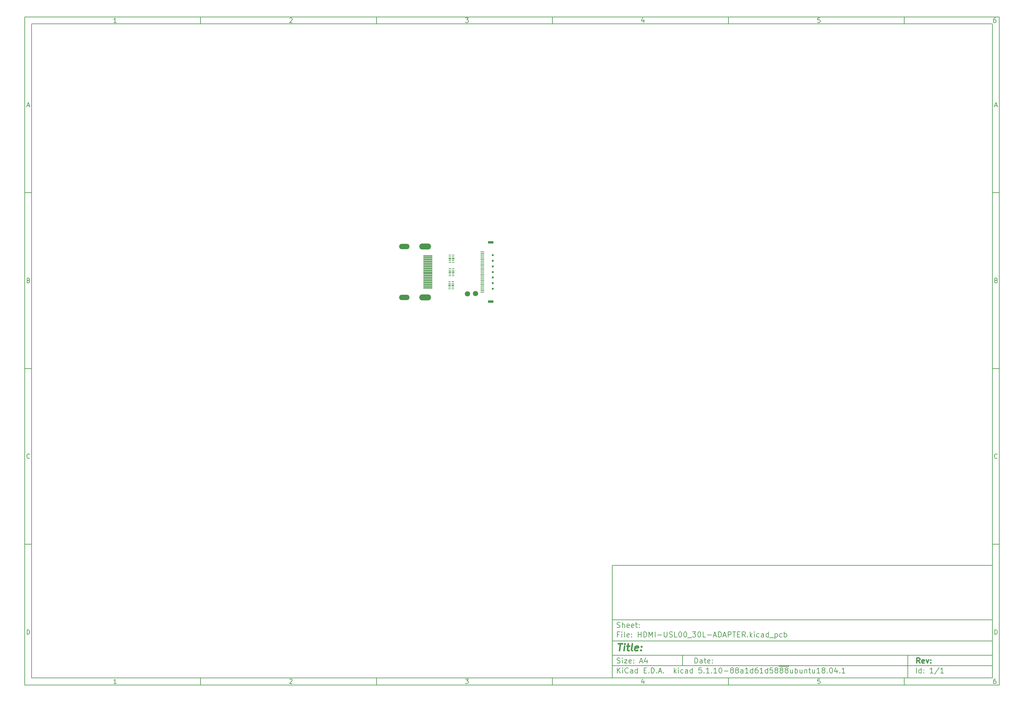
<source format=gbr>
%TF.GenerationSoftware,KiCad,Pcbnew,5.1.10-88a1d61d58~88~ubuntu18.04.1*%
%TF.CreationDate,2021-11-15T16:26:48+07:00*%
%TF.ProjectId,HDMI-USL00_30L-ADAPTER,48444d49-2d55-4534-9c30-305f33304c2d,rev?*%
%TF.SameCoordinates,Original*%
%TF.FileFunction,Soldermask,Top*%
%TF.FilePolarity,Negative*%
%FSLAX46Y46*%
G04 Gerber Fmt 4.6, Leading zero omitted, Abs format (unit mm)*
G04 Created by KiCad (PCBNEW 5.1.10-88a1d61d58~88~ubuntu18.04.1) date 2021-11-15 16:26:48*
%MOMM*%
%LPD*%
G01*
G04 APERTURE LIST*
%ADD10C,0.100000*%
%ADD11C,0.150000*%
%ADD12C,0.300000*%
%ADD13C,0.400000*%
%ADD14C,1.500000*%
%ADD15O,3.000000X1.500000*%
%ADD16O,3.400000X1.700000*%
%ADD17R,2.600000X0.300000*%
%ADD18R,0.736600X0.203200*%
%ADD19R,0.736600X0.406400*%
%ADD20R,1.550000X0.800000*%
%ADD21R,0.600000X0.500000*%
%ADD22R,1.100000X0.200000*%
G04 APERTURE END LIST*
D10*
D11*
X177002200Y-166007200D02*
X177002200Y-198007200D01*
X285002200Y-198007200D01*
X285002200Y-166007200D01*
X177002200Y-166007200D01*
D10*
D11*
X10000000Y-10000000D02*
X10000000Y-200007200D01*
X287002200Y-200007200D01*
X287002200Y-10000000D01*
X10000000Y-10000000D01*
D10*
D11*
X12000000Y-12000000D02*
X12000000Y-198007200D01*
X285002200Y-198007200D01*
X285002200Y-12000000D01*
X12000000Y-12000000D01*
D10*
D11*
X60000000Y-12000000D02*
X60000000Y-10000000D01*
D10*
D11*
X110000000Y-12000000D02*
X110000000Y-10000000D01*
D10*
D11*
X160000000Y-12000000D02*
X160000000Y-10000000D01*
D10*
D11*
X210000000Y-12000000D02*
X210000000Y-10000000D01*
D10*
D11*
X260000000Y-12000000D02*
X260000000Y-10000000D01*
D10*
D11*
X36065476Y-11588095D02*
X35322619Y-11588095D01*
X35694047Y-11588095D02*
X35694047Y-10288095D01*
X35570238Y-10473809D01*
X35446428Y-10597619D01*
X35322619Y-10659523D01*
D10*
D11*
X85322619Y-10411904D02*
X85384523Y-10350000D01*
X85508333Y-10288095D01*
X85817857Y-10288095D01*
X85941666Y-10350000D01*
X86003571Y-10411904D01*
X86065476Y-10535714D01*
X86065476Y-10659523D01*
X86003571Y-10845238D01*
X85260714Y-11588095D01*
X86065476Y-11588095D01*
D10*
D11*
X135260714Y-10288095D02*
X136065476Y-10288095D01*
X135632142Y-10783333D01*
X135817857Y-10783333D01*
X135941666Y-10845238D01*
X136003571Y-10907142D01*
X136065476Y-11030952D01*
X136065476Y-11340476D01*
X136003571Y-11464285D01*
X135941666Y-11526190D01*
X135817857Y-11588095D01*
X135446428Y-11588095D01*
X135322619Y-11526190D01*
X135260714Y-11464285D01*
D10*
D11*
X185941666Y-10721428D02*
X185941666Y-11588095D01*
X185632142Y-10226190D02*
X185322619Y-11154761D01*
X186127380Y-11154761D01*
D10*
D11*
X236003571Y-10288095D02*
X235384523Y-10288095D01*
X235322619Y-10907142D01*
X235384523Y-10845238D01*
X235508333Y-10783333D01*
X235817857Y-10783333D01*
X235941666Y-10845238D01*
X236003571Y-10907142D01*
X236065476Y-11030952D01*
X236065476Y-11340476D01*
X236003571Y-11464285D01*
X235941666Y-11526190D01*
X235817857Y-11588095D01*
X235508333Y-11588095D01*
X235384523Y-11526190D01*
X235322619Y-11464285D01*
D10*
D11*
X285941666Y-10288095D02*
X285694047Y-10288095D01*
X285570238Y-10350000D01*
X285508333Y-10411904D01*
X285384523Y-10597619D01*
X285322619Y-10845238D01*
X285322619Y-11340476D01*
X285384523Y-11464285D01*
X285446428Y-11526190D01*
X285570238Y-11588095D01*
X285817857Y-11588095D01*
X285941666Y-11526190D01*
X286003571Y-11464285D01*
X286065476Y-11340476D01*
X286065476Y-11030952D01*
X286003571Y-10907142D01*
X285941666Y-10845238D01*
X285817857Y-10783333D01*
X285570238Y-10783333D01*
X285446428Y-10845238D01*
X285384523Y-10907142D01*
X285322619Y-11030952D01*
D10*
D11*
X60000000Y-198007200D02*
X60000000Y-200007200D01*
D10*
D11*
X110000000Y-198007200D02*
X110000000Y-200007200D01*
D10*
D11*
X160000000Y-198007200D02*
X160000000Y-200007200D01*
D10*
D11*
X210000000Y-198007200D02*
X210000000Y-200007200D01*
D10*
D11*
X260000000Y-198007200D02*
X260000000Y-200007200D01*
D10*
D11*
X36065476Y-199595295D02*
X35322619Y-199595295D01*
X35694047Y-199595295D02*
X35694047Y-198295295D01*
X35570238Y-198481009D01*
X35446428Y-198604819D01*
X35322619Y-198666723D01*
D10*
D11*
X85322619Y-198419104D02*
X85384523Y-198357200D01*
X85508333Y-198295295D01*
X85817857Y-198295295D01*
X85941666Y-198357200D01*
X86003571Y-198419104D01*
X86065476Y-198542914D01*
X86065476Y-198666723D01*
X86003571Y-198852438D01*
X85260714Y-199595295D01*
X86065476Y-199595295D01*
D10*
D11*
X135260714Y-198295295D02*
X136065476Y-198295295D01*
X135632142Y-198790533D01*
X135817857Y-198790533D01*
X135941666Y-198852438D01*
X136003571Y-198914342D01*
X136065476Y-199038152D01*
X136065476Y-199347676D01*
X136003571Y-199471485D01*
X135941666Y-199533390D01*
X135817857Y-199595295D01*
X135446428Y-199595295D01*
X135322619Y-199533390D01*
X135260714Y-199471485D01*
D10*
D11*
X185941666Y-198728628D02*
X185941666Y-199595295D01*
X185632142Y-198233390D02*
X185322619Y-199161961D01*
X186127380Y-199161961D01*
D10*
D11*
X236003571Y-198295295D02*
X235384523Y-198295295D01*
X235322619Y-198914342D01*
X235384523Y-198852438D01*
X235508333Y-198790533D01*
X235817857Y-198790533D01*
X235941666Y-198852438D01*
X236003571Y-198914342D01*
X236065476Y-199038152D01*
X236065476Y-199347676D01*
X236003571Y-199471485D01*
X235941666Y-199533390D01*
X235817857Y-199595295D01*
X235508333Y-199595295D01*
X235384523Y-199533390D01*
X235322619Y-199471485D01*
D10*
D11*
X285941666Y-198295295D02*
X285694047Y-198295295D01*
X285570238Y-198357200D01*
X285508333Y-198419104D01*
X285384523Y-198604819D01*
X285322619Y-198852438D01*
X285322619Y-199347676D01*
X285384523Y-199471485D01*
X285446428Y-199533390D01*
X285570238Y-199595295D01*
X285817857Y-199595295D01*
X285941666Y-199533390D01*
X286003571Y-199471485D01*
X286065476Y-199347676D01*
X286065476Y-199038152D01*
X286003571Y-198914342D01*
X285941666Y-198852438D01*
X285817857Y-198790533D01*
X285570238Y-198790533D01*
X285446428Y-198852438D01*
X285384523Y-198914342D01*
X285322619Y-199038152D01*
D10*
D11*
X10000000Y-60000000D02*
X12000000Y-60000000D01*
D10*
D11*
X10000000Y-110000000D02*
X12000000Y-110000000D01*
D10*
D11*
X10000000Y-160000000D02*
X12000000Y-160000000D01*
D10*
D11*
X10690476Y-35216666D02*
X11309523Y-35216666D01*
X10566666Y-35588095D02*
X11000000Y-34288095D01*
X11433333Y-35588095D01*
D10*
D11*
X11092857Y-84907142D02*
X11278571Y-84969047D01*
X11340476Y-85030952D01*
X11402380Y-85154761D01*
X11402380Y-85340476D01*
X11340476Y-85464285D01*
X11278571Y-85526190D01*
X11154761Y-85588095D01*
X10659523Y-85588095D01*
X10659523Y-84288095D01*
X11092857Y-84288095D01*
X11216666Y-84350000D01*
X11278571Y-84411904D01*
X11340476Y-84535714D01*
X11340476Y-84659523D01*
X11278571Y-84783333D01*
X11216666Y-84845238D01*
X11092857Y-84907142D01*
X10659523Y-84907142D01*
D10*
D11*
X11402380Y-135464285D02*
X11340476Y-135526190D01*
X11154761Y-135588095D01*
X11030952Y-135588095D01*
X10845238Y-135526190D01*
X10721428Y-135402380D01*
X10659523Y-135278571D01*
X10597619Y-135030952D01*
X10597619Y-134845238D01*
X10659523Y-134597619D01*
X10721428Y-134473809D01*
X10845238Y-134350000D01*
X11030952Y-134288095D01*
X11154761Y-134288095D01*
X11340476Y-134350000D01*
X11402380Y-134411904D01*
D10*
D11*
X10659523Y-185588095D02*
X10659523Y-184288095D01*
X10969047Y-184288095D01*
X11154761Y-184350000D01*
X11278571Y-184473809D01*
X11340476Y-184597619D01*
X11402380Y-184845238D01*
X11402380Y-185030952D01*
X11340476Y-185278571D01*
X11278571Y-185402380D01*
X11154761Y-185526190D01*
X10969047Y-185588095D01*
X10659523Y-185588095D01*
D10*
D11*
X287002200Y-60000000D02*
X285002200Y-60000000D01*
D10*
D11*
X287002200Y-110000000D02*
X285002200Y-110000000D01*
D10*
D11*
X287002200Y-160000000D02*
X285002200Y-160000000D01*
D10*
D11*
X285692676Y-35216666D02*
X286311723Y-35216666D01*
X285568866Y-35588095D02*
X286002200Y-34288095D01*
X286435533Y-35588095D01*
D10*
D11*
X286095057Y-84907142D02*
X286280771Y-84969047D01*
X286342676Y-85030952D01*
X286404580Y-85154761D01*
X286404580Y-85340476D01*
X286342676Y-85464285D01*
X286280771Y-85526190D01*
X286156961Y-85588095D01*
X285661723Y-85588095D01*
X285661723Y-84288095D01*
X286095057Y-84288095D01*
X286218866Y-84350000D01*
X286280771Y-84411904D01*
X286342676Y-84535714D01*
X286342676Y-84659523D01*
X286280771Y-84783333D01*
X286218866Y-84845238D01*
X286095057Y-84907142D01*
X285661723Y-84907142D01*
D10*
D11*
X286404580Y-135464285D02*
X286342676Y-135526190D01*
X286156961Y-135588095D01*
X286033152Y-135588095D01*
X285847438Y-135526190D01*
X285723628Y-135402380D01*
X285661723Y-135278571D01*
X285599819Y-135030952D01*
X285599819Y-134845238D01*
X285661723Y-134597619D01*
X285723628Y-134473809D01*
X285847438Y-134350000D01*
X286033152Y-134288095D01*
X286156961Y-134288095D01*
X286342676Y-134350000D01*
X286404580Y-134411904D01*
D10*
D11*
X285661723Y-185588095D02*
X285661723Y-184288095D01*
X285971247Y-184288095D01*
X286156961Y-184350000D01*
X286280771Y-184473809D01*
X286342676Y-184597619D01*
X286404580Y-184845238D01*
X286404580Y-185030952D01*
X286342676Y-185278571D01*
X286280771Y-185402380D01*
X286156961Y-185526190D01*
X285971247Y-185588095D01*
X285661723Y-185588095D01*
D10*
D11*
X200434342Y-193785771D02*
X200434342Y-192285771D01*
X200791485Y-192285771D01*
X201005771Y-192357200D01*
X201148628Y-192500057D01*
X201220057Y-192642914D01*
X201291485Y-192928628D01*
X201291485Y-193142914D01*
X201220057Y-193428628D01*
X201148628Y-193571485D01*
X201005771Y-193714342D01*
X200791485Y-193785771D01*
X200434342Y-193785771D01*
X202577200Y-193785771D02*
X202577200Y-193000057D01*
X202505771Y-192857200D01*
X202362914Y-192785771D01*
X202077200Y-192785771D01*
X201934342Y-192857200D01*
X202577200Y-193714342D02*
X202434342Y-193785771D01*
X202077200Y-193785771D01*
X201934342Y-193714342D01*
X201862914Y-193571485D01*
X201862914Y-193428628D01*
X201934342Y-193285771D01*
X202077200Y-193214342D01*
X202434342Y-193214342D01*
X202577200Y-193142914D01*
X203077200Y-192785771D02*
X203648628Y-192785771D01*
X203291485Y-192285771D02*
X203291485Y-193571485D01*
X203362914Y-193714342D01*
X203505771Y-193785771D01*
X203648628Y-193785771D01*
X204720057Y-193714342D02*
X204577200Y-193785771D01*
X204291485Y-193785771D01*
X204148628Y-193714342D01*
X204077200Y-193571485D01*
X204077200Y-193000057D01*
X204148628Y-192857200D01*
X204291485Y-192785771D01*
X204577200Y-192785771D01*
X204720057Y-192857200D01*
X204791485Y-193000057D01*
X204791485Y-193142914D01*
X204077200Y-193285771D01*
X205434342Y-193642914D02*
X205505771Y-193714342D01*
X205434342Y-193785771D01*
X205362914Y-193714342D01*
X205434342Y-193642914D01*
X205434342Y-193785771D01*
X205434342Y-192857200D02*
X205505771Y-192928628D01*
X205434342Y-193000057D01*
X205362914Y-192928628D01*
X205434342Y-192857200D01*
X205434342Y-193000057D01*
D10*
D11*
X177002200Y-194507200D02*
X285002200Y-194507200D01*
D10*
D11*
X178434342Y-196585771D02*
X178434342Y-195085771D01*
X179291485Y-196585771D02*
X178648628Y-195728628D01*
X179291485Y-195085771D02*
X178434342Y-195942914D01*
X179934342Y-196585771D02*
X179934342Y-195585771D01*
X179934342Y-195085771D02*
X179862914Y-195157200D01*
X179934342Y-195228628D01*
X180005771Y-195157200D01*
X179934342Y-195085771D01*
X179934342Y-195228628D01*
X181505771Y-196442914D02*
X181434342Y-196514342D01*
X181220057Y-196585771D01*
X181077200Y-196585771D01*
X180862914Y-196514342D01*
X180720057Y-196371485D01*
X180648628Y-196228628D01*
X180577200Y-195942914D01*
X180577200Y-195728628D01*
X180648628Y-195442914D01*
X180720057Y-195300057D01*
X180862914Y-195157200D01*
X181077200Y-195085771D01*
X181220057Y-195085771D01*
X181434342Y-195157200D01*
X181505771Y-195228628D01*
X182791485Y-196585771D02*
X182791485Y-195800057D01*
X182720057Y-195657200D01*
X182577200Y-195585771D01*
X182291485Y-195585771D01*
X182148628Y-195657200D01*
X182791485Y-196514342D02*
X182648628Y-196585771D01*
X182291485Y-196585771D01*
X182148628Y-196514342D01*
X182077200Y-196371485D01*
X182077200Y-196228628D01*
X182148628Y-196085771D01*
X182291485Y-196014342D01*
X182648628Y-196014342D01*
X182791485Y-195942914D01*
X184148628Y-196585771D02*
X184148628Y-195085771D01*
X184148628Y-196514342D02*
X184005771Y-196585771D01*
X183720057Y-196585771D01*
X183577200Y-196514342D01*
X183505771Y-196442914D01*
X183434342Y-196300057D01*
X183434342Y-195871485D01*
X183505771Y-195728628D01*
X183577200Y-195657200D01*
X183720057Y-195585771D01*
X184005771Y-195585771D01*
X184148628Y-195657200D01*
X186005771Y-195800057D02*
X186505771Y-195800057D01*
X186720057Y-196585771D02*
X186005771Y-196585771D01*
X186005771Y-195085771D01*
X186720057Y-195085771D01*
X187362914Y-196442914D02*
X187434342Y-196514342D01*
X187362914Y-196585771D01*
X187291485Y-196514342D01*
X187362914Y-196442914D01*
X187362914Y-196585771D01*
X188077200Y-196585771D02*
X188077200Y-195085771D01*
X188434342Y-195085771D01*
X188648628Y-195157200D01*
X188791485Y-195300057D01*
X188862914Y-195442914D01*
X188934342Y-195728628D01*
X188934342Y-195942914D01*
X188862914Y-196228628D01*
X188791485Y-196371485D01*
X188648628Y-196514342D01*
X188434342Y-196585771D01*
X188077200Y-196585771D01*
X189577200Y-196442914D02*
X189648628Y-196514342D01*
X189577200Y-196585771D01*
X189505771Y-196514342D01*
X189577200Y-196442914D01*
X189577200Y-196585771D01*
X190220057Y-196157200D02*
X190934342Y-196157200D01*
X190077200Y-196585771D02*
X190577200Y-195085771D01*
X191077200Y-196585771D01*
X191577200Y-196442914D02*
X191648628Y-196514342D01*
X191577200Y-196585771D01*
X191505771Y-196514342D01*
X191577200Y-196442914D01*
X191577200Y-196585771D01*
X194577200Y-196585771D02*
X194577200Y-195085771D01*
X194720057Y-196014342D02*
X195148628Y-196585771D01*
X195148628Y-195585771D02*
X194577200Y-196157200D01*
X195791485Y-196585771D02*
X195791485Y-195585771D01*
X195791485Y-195085771D02*
X195720057Y-195157200D01*
X195791485Y-195228628D01*
X195862914Y-195157200D01*
X195791485Y-195085771D01*
X195791485Y-195228628D01*
X197148628Y-196514342D02*
X197005771Y-196585771D01*
X196720057Y-196585771D01*
X196577200Y-196514342D01*
X196505771Y-196442914D01*
X196434342Y-196300057D01*
X196434342Y-195871485D01*
X196505771Y-195728628D01*
X196577200Y-195657200D01*
X196720057Y-195585771D01*
X197005771Y-195585771D01*
X197148628Y-195657200D01*
X198434342Y-196585771D02*
X198434342Y-195800057D01*
X198362914Y-195657200D01*
X198220057Y-195585771D01*
X197934342Y-195585771D01*
X197791485Y-195657200D01*
X198434342Y-196514342D02*
X198291485Y-196585771D01*
X197934342Y-196585771D01*
X197791485Y-196514342D01*
X197720057Y-196371485D01*
X197720057Y-196228628D01*
X197791485Y-196085771D01*
X197934342Y-196014342D01*
X198291485Y-196014342D01*
X198434342Y-195942914D01*
X199791485Y-196585771D02*
X199791485Y-195085771D01*
X199791485Y-196514342D02*
X199648628Y-196585771D01*
X199362914Y-196585771D01*
X199220057Y-196514342D01*
X199148628Y-196442914D01*
X199077200Y-196300057D01*
X199077200Y-195871485D01*
X199148628Y-195728628D01*
X199220057Y-195657200D01*
X199362914Y-195585771D01*
X199648628Y-195585771D01*
X199791485Y-195657200D01*
X202362914Y-195085771D02*
X201648628Y-195085771D01*
X201577200Y-195800057D01*
X201648628Y-195728628D01*
X201791485Y-195657200D01*
X202148628Y-195657200D01*
X202291485Y-195728628D01*
X202362914Y-195800057D01*
X202434342Y-195942914D01*
X202434342Y-196300057D01*
X202362914Y-196442914D01*
X202291485Y-196514342D01*
X202148628Y-196585771D01*
X201791485Y-196585771D01*
X201648628Y-196514342D01*
X201577200Y-196442914D01*
X203077200Y-196442914D02*
X203148628Y-196514342D01*
X203077200Y-196585771D01*
X203005771Y-196514342D01*
X203077200Y-196442914D01*
X203077200Y-196585771D01*
X204577200Y-196585771D02*
X203720057Y-196585771D01*
X204148628Y-196585771D02*
X204148628Y-195085771D01*
X204005771Y-195300057D01*
X203862914Y-195442914D01*
X203720057Y-195514342D01*
X205220057Y-196442914D02*
X205291485Y-196514342D01*
X205220057Y-196585771D01*
X205148628Y-196514342D01*
X205220057Y-196442914D01*
X205220057Y-196585771D01*
X206720057Y-196585771D02*
X205862914Y-196585771D01*
X206291485Y-196585771D02*
X206291485Y-195085771D01*
X206148628Y-195300057D01*
X206005771Y-195442914D01*
X205862914Y-195514342D01*
X207648628Y-195085771D02*
X207791485Y-195085771D01*
X207934342Y-195157200D01*
X208005771Y-195228628D01*
X208077200Y-195371485D01*
X208148628Y-195657200D01*
X208148628Y-196014342D01*
X208077200Y-196300057D01*
X208005771Y-196442914D01*
X207934342Y-196514342D01*
X207791485Y-196585771D01*
X207648628Y-196585771D01*
X207505771Y-196514342D01*
X207434342Y-196442914D01*
X207362914Y-196300057D01*
X207291485Y-196014342D01*
X207291485Y-195657200D01*
X207362914Y-195371485D01*
X207434342Y-195228628D01*
X207505771Y-195157200D01*
X207648628Y-195085771D01*
X208791485Y-196014342D02*
X209934342Y-196014342D01*
X210862914Y-195728628D02*
X210720057Y-195657200D01*
X210648628Y-195585771D01*
X210577200Y-195442914D01*
X210577200Y-195371485D01*
X210648628Y-195228628D01*
X210720057Y-195157200D01*
X210862914Y-195085771D01*
X211148628Y-195085771D01*
X211291485Y-195157200D01*
X211362914Y-195228628D01*
X211434342Y-195371485D01*
X211434342Y-195442914D01*
X211362914Y-195585771D01*
X211291485Y-195657200D01*
X211148628Y-195728628D01*
X210862914Y-195728628D01*
X210720057Y-195800057D01*
X210648628Y-195871485D01*
X210577200Y-196014342D01*
X210577200Y-196300057D01*
X210648628Y-196442914D01*
X210720057Y-196514342D01*
X210862914Y-196585771D01*
X211148628Y-196585771D01*
X211291485Y-196514342D01*
X211362914Y-196442914D01*
X211434342Y-196300057D01*
X211434342Y-196014342D01*
X211362914Y-195871485D01*
X211291485Y-195800057D01*
X211148628Y-195728628D01*
X212291485Y-195728628D02*
X212148628Y-195657200D01*
X212077200Y-195585771D01*
X212005771Y-195442914D01*
X212005771Y-195371485D01*
X212077200Y-195228628D01*
X212148628Y-195157200D01*
X212291485Y-195085771D01*
X212577200Y-195085771D01*
X212720057Y-195157200D01*
X212791485Y-195228628D01*
X212862914Y-195371485D01*
X212862914Y-195442914D01*
X212791485Y-195585771D01*
X212720057Y-195657200D01*
X212577200Y-195728628D01*
X212291485Y-195728628D01*
X212148628Y-195800057D01*
X212077200Y-195871485D01*
X212005771Y-196014342D01*
X212005771Y-196300057D01*
X212077200Y-196442914D01*
X212148628Y-196514342D01*
X212291485Y-196585771D01*
X212577200Y-196585771D01*
X212720057Y-196514342D01*
X212791485Y-196442914D01*
X212862914Y-196300057D01*
X212862914Y-196014342D01*
X212791485Y-195871485D01*
X212720057Y-195800057D01*
X212577200Y-195728628D01*
X214148628Y-196585771D02*
X214148628Y-195800057D01*
X214077200Y-195657200D01*
X213934342Y-195585771D01*
X213648628Y-195585771D01*
X213505771Y-195657200D01*
X214148628Y-196514342D02*
X214005771Y-196585771D01*
X213648628Y-196585771D01*
X213505771Y-196514342D01*
X213434342Y-196371485D01*
X213434342Y-196228628D01*
X213505771Y-196085771D01*
X213648628Y-196014342D01*
X214005771Y-196014342D01*
X214148628Y-195942914D01*
X215648628Y-196585771D02*
X214791485Y-196585771D01*
X215220057Y-196585771D02*
X215220057Y-195085771D01*
X215077200Y-195300057D01*
X214934342Y-195442914D01*
X214791485Y-195514342D01*
X216934342Y-196585771D02*
X216934342Y-195085771D01*
X216934342Y-196514342D02*
X216791485Y-196585771D01*
X216505771Y-196585771D01*
X216362914Y-196514342D01*
X216291485Y-196442914D01*
X216220057Y-196300057D01*
X216220057Y-195871485D01*
X216291485Y-195728628D01*
X216362914Y-195657200D01*
X216505771Y-195585771D01*
X216791485Y-195585771D01*
X216934342Y-195657200D01*
X218291485Y-195085771D02*
X218005771Y-195085771D01*
X217862914Y-195157200D01*
X217791485Y-195228628D01*
X217648628Y-195442914D01*
X217577200Y-195728628D01*
X217577200Y-196300057D01*
X217648628Y-196442914D01*
X217720057Y-196514342D01*
X217862914Y-196585771D01*
X218148628Y-196585771D01*
X218291485Y-196514342D01*
X218362914Y-196442914D01*
X218434342Y-196300057D01*
X218434342Y-195942914D01*
X218362914Y-195800057D01*
X218291485Y-195728628D01*
X218148628Y-195657200D01*
X217862914Y-195657200D01*
X217720057Y-195728628D01*
X217648628Y-195800057D01*
X217577200Y-195942914D01*
X219862914Y-196585771D02*
X219005771Y-196585771D01*
X219434342Y-196585771D02*
X219434342Y-195085771D01*
X219291485Y-195300057D01*
X219148628Y-195442914D01*
X219005771Y-195514342D01*
X221148628Y-196585771D02*
X221148628Y-195085771D01*
X221148628Y-196514342D02*
X221005771Y-196585771D01*
X220720057Y-196585771D01*
X220577200Y-196514342D01*
X220505771Y-196442914D01*
X220434342Y-196300057D01*
X220434342Y-195871485D01*
X220505771Y-195728628D01*
X220577200Y-195657200D01*
X220720057Y-195585771D01*
X221005771Y-195585771D01*
X221148628Y-195657200D01*
X222577200Y-195085771D02*
X221862914Y-195085771D01*
X221791485Y-195800057D01*
X221862914Y-195728628D01*
X222005771Y-195657200D01*
X222362914Y-195657200D01*
X222505771Y-195728628D01*
X222577200Y-195800057D01*
X222648628Y-195942914D01*
X222648628Y-196300057D01*
X222577200Y-196442914D01*
X222505771Y-196514342D01*
X222362914Y-196585771D01*
X222005771Y-196585771D01*
X221862914Y-196514342D01*
X221791485Y-196442914D01*
X223505771Y-195728628D02*
X223362914Y-195657200D01*
X223291485Y-195585771D01*
X223220057Y-195442914D01*
X223220057Y-195371485D01*
X223291485Y-195228628D01*
X223362914Y-195157200D01*
X223505771Y-195085771D01*
X223791485Y-195085771D01*
X223934342Y-195157200D01*
X224005771Y-195228628D01*
X224077200Y-195371485D01*
X224077200Y-195442914D01*
X224005771Y-195585771D01*
X223934342Y-195657200D01*
X223791485Y-195728628D01*
X223505771Y-195728628D01*
X223362914Y-195800057D01*
X223291485Y-195871485D01*
X223220057Y-196014342D01*
X223220057Y-196300057D01*
X223291485Y-196442914D01*
X223362914Y-196514342D01*
X223505771Y-196585771D01*
X223791485Y-196585771D01*
X223934342Y-196514342D01*
X224005771Y-196442914D01*
X224077200Y-196300057D01*
X224077200Y-196014342D01*
X224005771Y-195871485D01*
X223934342Y-195800057D01*
X223791485Y-195728628D01*
X224362914Y-194677200D02*
X225791485Y-194677200D01*
X224934342Y-195728628D02*
X224791485Y-195657200D01*
X224720057Y-195585771D01*
X224648628Y-195442914D01*
X224648628Y-195371485D01*
X224720057Y-195228628D01*
X224791485Y-195157200D01*
X224934342Y-195085771D01*
X225220057Y-195085771D01*
X225362914Y-195157200D01*
X225434342Y-195228628D01*
X225505771Y-195371485D01*
X225505771Y-195442914D01*
X225434342Y-195585771D01*
X225362914Y-195657200D01*
X225220057Y-195728628D01*
X224934342Y-195728628D01*
X224791485Y-195800057D01*
X224720057Y-195871485D01*
X224648628Y-196014342D01*
X224648628Y-196300057D01*
X224720057Y-196442914D01*
X224791485Y-196514342D01*
X224934342Y-196585771D01*
X225220057Y-196585771D01*
X225362914Y-196514342D01*
X225434342Y-196442914D01*
X225505771Y-196300057D01*
X225505771Y-196014342D01*
X225434342Y-195871485D01*
X225362914Y-195800057D01*
X225220057Y-195728628D01*
X225791485Y-194677200D02*
X227220057Y-194677200D01*
X226362914Y-195728628D02*
X226220057Y-195657200D01*
X226148628Y-195585771D01*
X226077199Y-195442914D01*
X226077199Y-195371485D01*
X226148628Y-195228628D01*
X226220057Y-195157200D01*
X226362914Y-195085771D01*
X226648628Y-195085771D01*
X226791485Y-195157200D01*
X226862914Y-195228628D01*
X226934342Y-195371485D01*
X226934342Y-195442914D01*
X226862914Y-195585771D01*
X226791485Y-195657200D01*
X226648628Y-195728628D01*
X226362914Y-195728628D01*
X226220057Y-195800057D01*
X226148628Y-195871485D01*
X226077199Y-196014342D01*
X226077199Y-196300057D01*
X226148628Y-196442914D01*
X226220057Y-196514342D01*
X226362914Y-196585771D01*
X226648628Y-196585771D01*
X226791485Y-196514342D01*
X226862914Y-196442914D01*
X226934342Y-196300057D01*
X226934342Y-196014342D01*
X226862914Y-195871485D01*
X226791485Y-195800057D01*
X226648628Y-195728628D01*
X228220057Y-195585771D02*
X228220057Y-196585771D01*
X227577199Y-195585771D02*
X227577199Y-196371485D01*
X227648628Y-196514342D01*
X227791485Y-196585771D01*
X228005771Y-196585771D01*
X228148628Y-196514342D01*
X228220057Y-196442914D01*
X228934342Y-196585771D02*
X228934342Y-195085771D01*
X228934342Y-195657200D02*
X229077199Y-195585771D01*
X229362914Y-195585771D01*
X229505771Y-195657200D01*
X229577199Y-195728628D01*
X229648628Y-195871485D01*
X229648628Y-196300057D01*
X229577199Y-196442914D01*
X229505771Y-196514342D01*
X229362914Y-196585771D01*
X229077199Y-196585771D01*
X228934342Y-196514342D01*
X230934342Y-195585771D02*
X230934342Y-196585771D01*
X230291485Y-195585771D02*
X230291485Y-196371485D01*
X230362914Y-196514342D01*
X230505771Y-196585771D01*
X230720057Y-196585771D01*
X230862914Y-196514342D01*
X230934342Y-196442914D01*
X231648628Y-195585771D02*
X231648628Y-196585771D01*
X231648628Y-195728628D02*
X231720057Y-195657200D01*
X231862914Y-195585771D01*
X232077199Y-195585771D01*
X232220057Y-195657200D01*
X232291485Y-195800057D01*
X232291485Y-196585771D01*
X232791485Y-195585771D02*
X233362914Y-195585771D01*
X233005771Y-195085771D02*
X233005771Y-196371485D01*
X233077199Y-196514342D01*
X233220057Y-196585771D01*
X233362914Y-196585771D01*
X234505771Y-195585771D02*
X234505771Y-196585771D01*
X233862914Y-195585771D02*
X233862914Y-196371485D01*
X233934342Y-196514342D01*
X234077200Y-196585771D01*
X234291485Y-196585771D01*
X234434342Y-196514342D01*
X234505771Y-196442914D01*
X236005771Y-196585771D02*
X235148628Y-196585771D01*
X235577200Y-196585771D02*
X235577200Y-195085771D01*
X235434342Y-195300057D01*
X235291485Y-195442914D01*
X235148628Y-195514342D01*
X236862914Y-195728628D02*
X236720057Y-195657200D01*
X236648628Y-195585771D01*
X236577199Y-195442914D01*
X236577199Y-195371485D01*
X236648628Y-195228628D01*
X236720057Y-195157200D01*
X236862914Y-195085771D01*
X237148628Y-195085771D01*
X237291485Y-195157200D01*
X237362914Y-195228628D01*
X237434342Y-195371485D01*
X237434342Y-195442914D01*
X237362914Y-195585771D01*
X237291485Y-195657200D01*
X237148628Y-195728628D01*
X236862914Y-195728628D01*
X236720057Y-195800057D01*
X236648628Y-195871485D01*
X236577199Y-196014342D01*
X236577199Y-196300057D01*
X236648628Y-196442914D01*
X236720057Y-196514342D01*
X236862914Y-196585771D01*
X237148628Y-196585771D01*
X237291485Y-196514342D01*
X237362914Y-196442914D01*
X237434342Y-196300057D01*
X237434342Y-196014342D01*
X237362914Y-195871485D01*
X237291485Y-195800057D01*
X237148628Y-195728628D01*
X238077199Y-196442914D02*
X238148628Y-196514342D01*
X238077199Y-196585771D01*
X238005771Y-196514342D01*
X238077199Y-196442914D01*
X238077199Y-196585771D01*
X239077199Y-195085771D02*
X239220057Y-195085771D01*
X239362914Y-195157200D01*
X239434342Y-195228628D01*
X239505771Y-195371485D01*
X239577199Y-195657200D01*
X239577199Y-196014342D01*
X239505771Y-196300057D01*
X239434342Y-196442914D01*
X239362914Y-196514342D01*
X239220057Y-196585771D01*
X239077199Y-196585771D01*
X238934342Y-196514342D01*
X238862914Y-196442914D01*
X238791485Y-196300057D01*
X238720057Y-196014342D01*
X238720057Y-195657200D01*
X238791485Y-195371485D01*
X238862914Y-195228628D01*
X238934342Y-195157200D01*
X239077199Y-195085771D01*
X240862914Y-195585771D02*
X240862914Y-196585771D01*
X240505771Y-195014342D02*
X240148628Y-196085771D01*
X241077199Y-196085771D01*
X241648628Y-196442914D02*
X241720057Y-196514342D01*
X241648628Y-196585771D01*
X241577199Y-196514342D01*
X241648628Y-196442914D01*
X241648628Y-196585771D01*
X243148628Y-196585771D02*
X242291485Y-196585771D01*
X242720057Y-196585771D02*
X242720057Y-195085771D01*
X242577199Y-195300057D01*
X242434342Y-195442914D01*
X242291485Y-195514342D01*
D10*
D11*
X177002200Y-191507200D02*
X285002200Y-191507200D01*
D10*
D12*
X264411485Y-193785771D02*
X263911485Y-193071485D01*
X263554342Y-193785771D02*
X263554342Y-192285771D01*
X264125771Y-192285771D01*
X264268628Y-192357200D01*
X264340057Y-192428628D01*
X264411485Y-192571485D01*
X264411485Y-192785771D01*
X264340057Y-192928628D01*
X264268628Y-193000057D01*
X264125771Y-193071485D01*
X263554342Y-193071485D01*
X265625771Y-193714342D02*
X265482914Y-193785771D01*
X265197200Y-193785771D01*
X265054342Y-193714342D01*
X264982914Y-193571485D01*
X264982914Y-193000057D01*
X265054342Y-192857200D01*
X265197200Y-192785771D01*
X265482914Y-192785771D01*
X265625771Y-192857200D01*
X265697200Y-193000057D01*
X265697200Y-193142914D01*
X264982914Y-193285771D01*
X266197200Y-192785771D02*
X266554342Y-193785771D01*
X266911485Y-192785771D01*
X267482914Y-193642914D02*
X267554342Y-193714342D01*
X267482914Y-193785771D01*
X267411485Y-193714342D01*
X267482914Y-193642914D01*
X267482914Y-193785771D01*
X267482914Y-192857200D02*
X267554342Y-192928628D01*
X267482914Y-193000057D01*
X267411485Y-192928628D01*
X267482914Y-192857200D01*
X267482914Y-193000057D01*
D10*
D11*
X178362914Y-193714342D02*
X178577200Y-193785771D01*
X178934342Y-193785771D01*
X179077200Y-193714342D01*
X179148628Y-193642914D01*
X179220057Y-193500057D01*
X179220057Y-193357200D01*
X179148628Y-193214342D01*
X179077200Y-193142914D01*
X178934342Y-193071485D01*
X178648628Y-193000057D01*
X178505771Y-192928628D01*
X178434342Y-192857200D01*
X178362914Y-192714342D01*
X178362914Y-192571485D01*
X178434342Y-192428628D01*
X178505771Y-192357200D01*
X178648628Y-192285771D01*
X179005771Y-192285771D01*
X179220057Y-192357200D01*
X179862914Y-193785771D02*
X179862914Y-192785771D01*
X179862914Y-192285771D02*
X179791485Y-192357200D01*
X179862914Y-192428628D01*
X179934342Y-192357200D01*
X179862914Y-192285771D01*
X179862914Y-192428628D01*
X180434342Y-192785771D02*
X181220057Y-192785771D01*
X180434342Y-193785771D01*
X181220057Y-193785771D01*
X182362914Y-193714342D02*
X182220057Y-193785771D01*
X181934342Y-193785771D01*
X181791485Y-193714342D01*
X181720057Y-193571485D01*
X181720057Y-193000057D01*
X181791485Y-192857200D01*
X181934342Y-192785771D01*
X182220057Y-192785771D01*
X182362914Y-192857200D01*
X182434342Y-193000057D01*
X182434342Y-193142914D01*
X181720057Y-193285771D01*
X183077200Y-193642914D02*
X183148628Y-193714342D01*
X183077200Y-193785771D01*
X183005771Y-193714342D01*
X183077200Y-193642914D01*
X183077200Y-193785771D01*
X183077200Y-192857200D02*
X183148628Y-192928628D01*
X183077200Y-193000057D01*
X183005771Y-192928628D01*
X183077200Y-192857200D01*
X183077200Y-193000057D01*
X184862914Y-193357200D02*
X185577200Y-193357200D01*
X184720057Y-193785771D02*
X185220057Y-192285771D01*
X185720057Y-193785771D01*
X186862914Y-192785771D02*
X186862914Y-193785771D01*
X186505771Y-192214342D02*
X186148628Y-193285771D01*
X187077200Y-193285771D01*
D10*
D11*
X263434342Y-196585771D02*
X263434342Y-195085771D01*
X264791485Y-196585771D02*
X264791485Y-195085771D01*
X264791485Y-196514342D02*
X264648628Y-196585771D01*
X264362914Y-196585771D01*
X264220057Y-196514342D01*
X264148628Y-196442914D01*
X264077200Y-196300057D01*
X264077200Y-195871485D01*
X264148628Y-195728628D01*
X264220057Y-195657200D01*
X264362914Y-195585771D01*
X264648628Y-195585771D01*
X264791485Y-195657200D01*
X265505771Y-196442914D02*
X265577200Y-196514342D01*
X265505771Y-196585771D01*
X265434342Y-196514342D01*
X265505771Y-196442914D01*
X265505771Y-196585771D01*
X265505771Y-195657200D02*
X265577200Y-195728628D01*
X265505771Y-195800057D01*
X265434342Y-195728628D01*
X265505771Y-195657200D01*
X265505771Y-195800057D01*
X268148628Y-196585771D02*
X267291485Y-196585771D01*
X267720057Y-196585771D02*
X267720057Y-195085771D01*
X267577200Y-195300057D01*
X267434342Y-195442914D01*
X267291485Y-195514342D01*
X269862914Y-195014342D02*
X268577200Y-196942914D01*
X271148628Y-196585771D02*
X270291485Y-196585771D01*
X270720057Y-196585771D02*
X270720057Y-195085771D01*
X270577200Y-195300057D01*
X270434342Y-195442914D01*
X270291485Y-195514342D01*
D10*
D11*
X177002200Y-187507200D02*
X285002200Y-187507200D01*
D10*
D13*
X178714580Y-188211961D02*
X179857438Y-188211961D01*
X179036009Y-190211961D02*
X179286009Y-188211961D01*
X180274104Y-190211961D02*
X180440771Y-188878628D01*
X180524104Y-188211961D02*
X180416961Y-188307200D01*
X180500295Y-188402438D01*
X180607438Y-188307200D01*
X180524104Y-188211961D01*
X180500295Y-188402438D01*
X181107438Y-188878628D02*
X181869342Y-188878628D01*
X181476485Y-188211961D02*
X181262200Y-189926247D01*
X181333628Y-190116723D01*
X181512200Y-190211961D01*
X181702676Y-190211961D01*
X182655057Y-190211961D02*
X182476485Y-190116723D01*
X182405057Y-189926247D01*
X182619342Y-188211961D01*
X184190771Y-190116723D02*
X183988390Y-190211961D01*
X183607438Y-190211961D01*
X183428866Y-190116723D01*
X183357438Y-189926247D01*
X183452676Y-189164342D01*
X183571723Y-188973866D01*
X183774104Y-188878628D01*
X184155057Y-188878628D01*
X184333628Y-188973866D01*
X184405057Y-189164342D01*
X184381247Y-189354819D01*
X183405057Y-189545295D01*
X185155057Y-190021485D02*
X185238390Y-190116723D01*
X185131247Y-190211961D01*
X185047914Y-190116723D01*
X185155057Y-190021485D01*
X185131247Y-190211961D01*
X185286009Y-188973866D02*
X185369342Y-189069104D01*
X185262200Y-189164342D01*
X185178866Y-189069104D01*
X185286009Y-188973866D01*
X185262200Y-189164342D01*
D10*
D11*
X178934342Y-185600057D02*
X178434342Y-185600057D01*
X178434342Y-186385771D02*
X178434342Y-184885771D01*
X179148628Y-184885771D01*
X179720057Y-186385771D02*
X179720057Y-185385771D01*
X179720057Y-184885771D02*
X179648628Y-184957200D01*
X179720057Y-185028628D01*
X179791485Y-184957200D01*
X179720057Y-184885771D01*
X179720057Y-185028628D01*
X180648628Y-186385771D02*
X180505771Y-186314342D01*
X180434342Y-186171485D01*
X180434342Y-184885771D01*
X181791485Y-186314342D02*
X181648628Y-186385771D01*
X181362914Y-186385771D01*
X181220057Y-186314342D01*
X181148628Y-186171485D01*
X181148628Y-185600057D01*
X181220057Y-185457200D01*
X181362914Y-185385771D01*
X181648628Y-185385771D01*
X181791485Y-185457200D01*
X181862914Y-185600057D01*
X181862914Y-185742914D01*
X181148628Y-185885771D01*
X182505771Y-186242914D02*
X182577200Y-186314342D01*
X182505771Y-186385771D01*
X182434342Y-186314342D01*
X182505771Y-186242914D01*
X182505771Y-186385771D01*
X182505771Y-185457200D02*
X182577200Y-185528628D01*
X182505771Y-185600057D01*
X182434342Y-185528628D01*
X182505771Y-185457200D01*
X182505771Y-185600057D01*
X184362914Y-186385771D02*
X184362914Y-184885771D01*
X184362914Y-185600057D02*
X185220057Y-185600057D01*
X185220057Y-186385771D02*
X185220057Y-184885771D01*
X185934342Y-186385771D02*
X185934342Y-184885771D01*
X186291485Y-184885771D01*
X186505771Y-184957200D01*
X186648628Y-185100057D01*
X186720057Y-185242914D01*
X186791485Y-185528628D01*
X186791485Y-185742914D01*
X186720057Y-186028628D01*
X186648628Y-186171485D01*
X186505771Y-186314342D01*
X186291485Y-186385771D01*
X185934342Y-186385771D01*
X187434342Y-186385771D02*
X187434342Y-184885771D01*
X187934342Y-185957200D01*
X188434342Y-184885771D01*
X188434342Y-186385771D01*
X189148628Y-186385771D02*
X189148628Y-184885771D01*
X189862914Y-185814342D02*
X191005771Y-185814342D01*
X191720057Y-184885771D02*
X191720057Y-186100057D01*
X191791485Y-186242914D01*
X191862914Y-186314342D01*
X192005771Y-186385771D01*
X192291485Y-186385771D01*
X192434342Y-186314342D01*
X192505771Y-186242914D01*
X192577200Y-186100057D01*
X192577200Y-184885771D01*
X193220057Y-186314342D02*
X193434342Y-186385771D01*
X193791485Y-186385771D01*
X193934342Y-186314342D01*
X194005771Y-186242914D01*
X194077200Y-186100057D01*
X194077200Y-185957200D01*
X194005771Y-185814342D01*
X193934342Y-185742914D01*
X193791485Y-185671485D01*
X193505771Y-185600057D01*
X193362914Y-185528628D01*
X193291485Y-185457200D01*
X193220057Y-185314342D01*
X193220057Y-185171485D01*
X193291485Y-185028628D01*
X193362914Y-184957200D01*
X193505771Y-184885771D01*
X193862914Y-184885771D01*
X194077200Y-184957200D01*
X195434342Y-186385771D02*
X194720057Y-186385771D01*
X194720057Y-184885771D01*
X196220057Y-184885771D02*
X196362914Y-184885771D01*
X196505771Y-184957200D01*
X196577200Y-185028628D01*
X196648628Y-185171485D01*
X196720057Y-185457200D01*
X196720057Y-185814342D01*
X196648628Y-186100057D01*
X196577200Y-186242914D01*
X196505771Y-186314342D01*
X196362914Y-186385771D01*
X196220057Y-186385771D01*
X196077200Y-186314342D01*
X196005771Y-186242914D01*
X195934342Y-186100057D01*
X195862914Y-185814342D01*
X195862914Y-185457200D01*
X195934342Y-185171485D01*
X196005771Y-185028628D01*
X196077200Y-184957200D01*
X196220057Y-184885771D01*
X197648628Y-184885771D02*
X197791485Y-184885771D01*
X197934342Y-184957200D01*
X198005771Y-185028628D01*
X198077200Y-185171485D01*
X198148628Y-185457200D01*
X198148628Y-185814342D01*
X198077200Y-186100057D01*
X198005771Y-186242914D01*
X197934342Y-186314342D01*
X197791485Y-186385771D01*
X197648628Y-186385771D01*
X197505771Y-186314342D01*
X197434342Y-186242914D01*
X197362914Y-186100057D01*
X197291485Y-185814342D01*
X197291485Y-185457200D01*
X197362914Y-185171485D01*
X197434342Y-185028628D01*
X197505771Y-184957200D01*
X197648628Y-184885771D01*
X198434342Y-186528628D02*
X199577200Y-186528628D01*
X199791485Y-184885771D02*
X200720057Y-184885771D01*
X200220057Y-185457200D01*
X200434342Y-185457200D01*
X200577200Y-185528628D01*
X200648628Y-185600057D01*
X200720057Y-185742914D01*
X200720057Y-186100057D01*
X200648628Y-186242914D01*
X200577200Y-186314342D01*
X200434342Y-186385771D01*
X200005771Y-186385771D01*
X199862914Y-186314342D01*
X199791485Y-186242914D01*
X201648628Y-184885771D02*
X201791485Y-184885771D01*
X201934342Y-184957200D01*
X202005771Y-185028628D01*
X202077200Y-185171485D01*
X202148628Y-185457200D01*
X202148628Y-185814342D01*
X202077200Y-186100057D01*
X202005771Y-186242914D01*
X201934342Y-186314342D01*
X201791485Y-186385771D01*
X201648628Y-186385771D01*
X201505771Y-186314342D01*
X201434342Y-186242914D01*
X201362914Y-186100057D01*
X201291485Y-185814342D01*
X201291485Y-185457200D01*
X201362914Y-185171485D01*
X201434342Y-185028628D01*
X201505771Y-184957200D01*
X201648628Y-184885771D01*
X203505771Y-186385771D02*
X202791485Y-186385771D01*
X202791485Y-184885771D01*
X204005771Y-185814342D02*
X205148628Y-185814342D01*
X205791485Y-185957200D02*
X206505771Y-185957200D01*
X205648628Y-186385771D02*
X206148628Y-184885771D01*
X206648628Y-186385771D01*
X207148628Y-186385771D02*
X207148628Y-184885771D01*
X207505771Y-184885771D01*
X207720057Y-184957200D01*
X207862914Y-185100057D01*
X207934342Y-185242914D01*
X208005771Y-185528628D01*
X208005771Y-185742914D01*
X207934342Y-186028628D01*
X207862914Y-186171485D01*
X207720057Y-186314342D01*
X207505771Y-186385771D01*
X207148628Y-186385771D01*
X208577200Y-185957200D02*
X209291485Y-185957200D01*
X208434342Y-186385771D02*
X208934342Y-184885771D01*
X209434342Y-186385771D01*
X209934342Y-186385771D02*
X209934342Y-184885771D01*
X210505771Y-184885771D01*
X210648628Y-184957200D01*
X210720057Y-185028628D01*
X210791485Y-185171485D01*
X210791485Y-185385771D01*
X210720057Y-185528628D01*
X210648628Y-185600057D01*
X210505771Y-185671485D01*
X209934342Y-185671485D01*
X211220057Y-184885771D02*
X212077200Y-184885771D01*
X211648628Y-186385771D02*
X211648628Y-184885771D01*
X212577200Y-185600057D02*
X213077200Y-185600057D01*
X213291485Y-186385771D02*
X212577200Y-186385771D01*
X212577200Y-184885771D01*
X213291485Y-184885771D01*
X214791485Y-186385771D02*
X214291485Y-185671485D01*
X213934342Y-186385771D02*
X213934342Y-184885771D01*
X214505771Y-184885771D01*
X214648628Y-184957200D01*
X214720057Y-185028628D01*
X214791485Y-185171485D01*
X214791485Y-185385771D01*
X214720057Y-185528628D01*
X214648628Y-185600057D01*
X214505771Y-185671485D01*
X213934342Y-185671485D01*
X215434342Y-186242914D02*
X215505771Y-186314342D01*
X215434342Y-186385771D01*
X215362914Y-186314342D01*
X215434342Y-186242914D01*
X215434342Y-186385771D01*
X216148628Y-186385771D02*
X216148628Y-184885771D01*
X216291485Y-185814342D02*
X216720057Y-186385771D01*
X216720057Y-185385771D02*
X216148628Y-185957200D01*
X217362914Y-186385771D02*
X217362914Y-185385771D01*
X217362914Y-184885771D02*
X217291485Y-184957200D01*
X217362914Y-185028628D01*
X217434342Y-184957200D01*
X217362914Y-184885771D01*
X217362914Y-185028628D01*
X218720057Y-186314342D02*
X218577200Y-186385771D01*
X218291485Y-186385771D01*
X218148628Y-186314342D01*
X218077200Y-186242914D01*
X218005771Y-186100057D01*
X218005771Y-185671485D01*
X218077200Y-185528628D01*
X218148628Y-185457200D01*
X218291485Y-185385771D01*
X218577200Y-185385771D01*
X218720057Y-185457200D01*
X220005771Y-186385771D02*
X220005771Y-185600057D01*
X219934342Y-185457200D01*
X219791485Y-185385771D01*
X219505771Y-185385771D01*
X219362914Y-185457200D01*
X220005771Y-186314342D02*
X219862914Y-186385771D01*
X219505771Y-186385771D01*
X219362914Y-186314342D01*
X219291485Y-186171485D01*
X219291485Y-186028628D01*
X219362914Y-185885771D01*
X219505771Y-185814342D01*
X219862914Y-185814342D01*
X220005771Y-185742914D01*
X221362914Y-186385771D02*
X221362914Y-184885771D01*
X221362914Y-186314342D02*
X221220057Y-186385771D01*
X220934342Y-186385771D01*
X220791485Y-186314342D01*
X220720057Y-186242914D01*
X220648628Y-186100057D01*
X220648628Y-185671485D01*
X220720057Y-185528628D01*
X220791485Y-185457200D01*
X220934342Y-185385771D01*
X221220057Y-185385771D01*
X221362914Y-185457200D01*
X221720057Y-186528628D02*
X222862914Y-186528628D01*
X223220057Y-185385771D02*
X223220057Y-186885771D01*
X223220057Y-185457200D02*
X223362914Y-185385771D01*
X223648628Y-185385771D01*
X223791485Y-185457200D01*
X223862914Y-185528628D01*
X223934342Y-185671485D01*
X223934342Y-186100057D01*
X223862914Y-186242914D01*
X223791485Y-186314342D01*
X223648628Y-186385771D01*
X223362914Y-186385771D01*
X223220057Y-186314342D01*
X225220057Y-186314342D02*
X225077200Y-186385771D01*
X224791485Y-186385771D01*
X224648628Y-186314342D01*
X224577200Y-186242914D01*
X224505771Y-186100057D01*
X224505771Y-185671485D01*
X224577200Y-185528628D01*
X224648628Y-185457200D01*
X224791485Y-185385771D01*
X225077200Y-185385771D01*
X225220057Y-185457200D01*
X225862914Y-186385771D02*
X225862914Y-184885771D01*
X225862914Y-185457200D02*
X226005771Y-185385771D01*
X226291485Y-185385771D01*
X226434342Y-185457200D01*
X226505771Y-185528628D01*
X226577200Y-185671485D01*
X226577200Y-186100057D01*
X226505771Y-186242914D01*
X226434342Y-186314342D01*
X226291485Y-186385771D01*
X226005771Y-186385771D01*
X225862914Y-186314342D01*
D10*
D11*
X177002200Y-181507200D02*
X285002200Y-181507200D01*
D10*
D11*
X178362914Y-183614342D02*
X178577200Y-183685771D01*
X178934342Y-183685771D01*
X179077200Y-183614342D01*
X179148628Y-183542914D01*
X179220057Y-183400057D01*
X179220057Y-183257200D01*
X179148628Y-183114342D01*
X179077200Y-183042914D01*
X178934342Y-182971485D01*
X178648628Y-182900057D01*
X178505771Y-182828628D01*
X178434342Y-182757200D01*
X178362914Y-182614342D01*
X178362914Y-182471485D01*
X178434342Y-182328628D01*
X178505771Y-182257200D01*
X178648628Y-182185771D01*
X179005771Y-182185771D01*
X179220057Y-182257200D01*
X179862914Y-183685771D02*
X179862914Y-182185771D01*
X180505771Y-183685771D02*
X180505771Y-182900057D01*
X180434342Y-182757200D01*
X180291485Y-182685771D01*
X180077200Y-182685771D01*
X179934342Y-182757200D01*
X179862914Y-182828628D01*
X181791485Y-183614342D02*
X181648628Y-183685771D01*
X181362914Y-183685771D01*
X181220057Y-183614342D01*
X181148628Y-183471485D01*
X181148628Y-182900057D01*
X181220057Y-182757200D01*
X181362914Y-182685771D01*
X181648628Y-182685771D01*
X181791485Y-182757200D01*
X181862914Y-182900057D01*
X181862914Y-183042914D01*
X181148628Y-183185771D01*
X183077200Y-183614342D02*
X182934342Y-183685771D01*
X182648628Y-183685771D01*
X182505771Y-183614342D01*
X182434342Y-183471485D01*
X182434342Y-182900057D01*
X182505771Y-182757200D01*
X182648628Y-182685771D01*
X182934342Y-182685771D01*
X183077200Y-182757200D01*
X183148628Y-182900057D01*
X183148628Y-183042914D01*
X182434342Y-183185771D01*
X183577200Y-182685771D02*
X184148628Y-182685771D01*
X183791485Y-182185771D02*
X183791485Y-183471485D01*
X183862914Y-183614342D01*
X184005771Y-183685771D01*
X184148628Y-183685771D01*
X184648628Y-183542914D02*
X184720057Y-183614342D01*
X184648628Y-183685771D01*
X184577200Y-183614342D01*
X184648628Y-183542914D01*
X184648628Y-183685771D01*
X184648628Y-182757200D02*
X184720057Y-182828628D01*
X184648628Y-182900057D01*
X184577200Y-182828628D01*
X184648628Y-182757200D01*
X184648628Y-182900057D01*
D10*
D11*
X197002200Y-191507200D02*
X197002200Y-194507200D01*
D10*
D11*
X261002200Y-191507200D02*
X261002200Y-198007200D01*
D14*
%TO.C,TP2*%
X135826500Y-88734900D03*
%TD*%
%TO.C,TP1*%
X138099800Y-88633300D03*
%TD*%
D15*
%TO.C,J1*%
X117870700Y-89788700D03*
D16*
X123830700Y-89788700D03*
D15*
X117870700Y-75288700D03*
D16*
X123830700Y-75288700D03*
D17*
X124590700Y-78038700D03*
X124590700Y-78538700D03*
X124590700Y-79038700D03*
X124590700Y-79538700D03*
X124590700Y-80038700D03*
X124590700Y-80538700D03*
X124590700Y-81038700D03*
X124590700Y-81538700D03*
X124590700Y-82038700D03*
X124590700Y-82538700D03*
X124590700Y-83038700D03*
X124590700Y-83538700D03*
X124590700Y-84038700D03*
X124590700Y-84538700D03*
X124590700Y-85038700D03*
X124590700Y-85538700D03*
X124590700Y-86038700D03*
X124590700Y-86538700D03*
X124590700Y-87038700D03*
%TD*%
D18*
%TO.C,D3*%
X131737100Y-77787500D03*
X131737100Y-78295500D03*
D19*
X131737100Y-78803500D03*
D18*
X131737100Y-79311500D03*
X131737100Y-79819500D03*
X130822700Y-79819500D03*
X130822700Y-79311500D03*
D19*
X130822700Y-78803500D03*
D18*
X130822700Y-78295500D03*
X130822700Y-77787500D03*
%TD*%
%TO.C,D2*%
X130822700Y-81521300D03*
X130822700Y-82029300D03*
D19*
X130822700Y-82537300D03*
D18*
X130822700Y-83045300D03*
X130822700Y-83553300D03*
X131737100Y-83553300D03*
X131737100Y-83045300D03*
D19*
X131737100Y-82537300D03*
D18*
X131737100Y-82029300D03*
X131737100Y-81521300D03*
%TD*%
%TO.C,D1*%
X130784600Y-85293200D03*
X130784600Y-85801200D03*
D19*
X130784600Y-86309200D03*
D18*
X130784600Y-86817200D03*
X130784600Y-87325200D03*
X131699000Y-87325200D03*
X131699000Y-86817200D03*
D19*
X131699000Y-86309200D03*
D18*
X131699000Y-85801200D03*
X131699000Y-85293200D03*
%TD*%
D20*
%TO.C,J2*%
X142434600Y-90937300D03*
X142434600Y-74137300D03*
D21*
X143064600Y-87337300D03*
X143064600Y-85737300D03*
X143064600Y-84137300D03*
X143064600Y-82537300D03*
X143064600Y-80937300D03*
X143064600Y-79337300D03*
X143064600Y-77737300D03*
D22*
X140034600Y-88337300D03*
X140034600Y-87937300D03*
X140034600Y-87537300D03*
X140034600Y-87137300D03*
X140034600Y-86737300D03*
X140034600Y-86337300D03*
X140034600Y-85937300D03*
X140034600Y-85537300D03*
X140034600Y-85137300D03*
X140034600Y-84737300D03*
X140034600Y-84337300D03*
X140034600Y-83937300D03*
X140034600Y-83537300D03*
X140034600Y-83137300D03*
X140034600Y-82737300D03*
X140034600Y-82337300D03*
X140034600Y-81937300D03*
X140034600Y-81537300D03*
X140034600Y-81137300D03*
X140034600Y-80737300D03*
X140034600Y-80337300D03*
X140034600Y-79937300D03*
X140034600Y-79537300D03*
X140034600Y-79137300D03*
X140034600Y-78737300D03*
X140034600Y-78337300D03*
X140034600Y-77937300D03*
X140034600Y-77537300D03*
X140034600Y-77137300D03*
X140034600Y-76737300D03*
%TD*%
M02*

</source>
